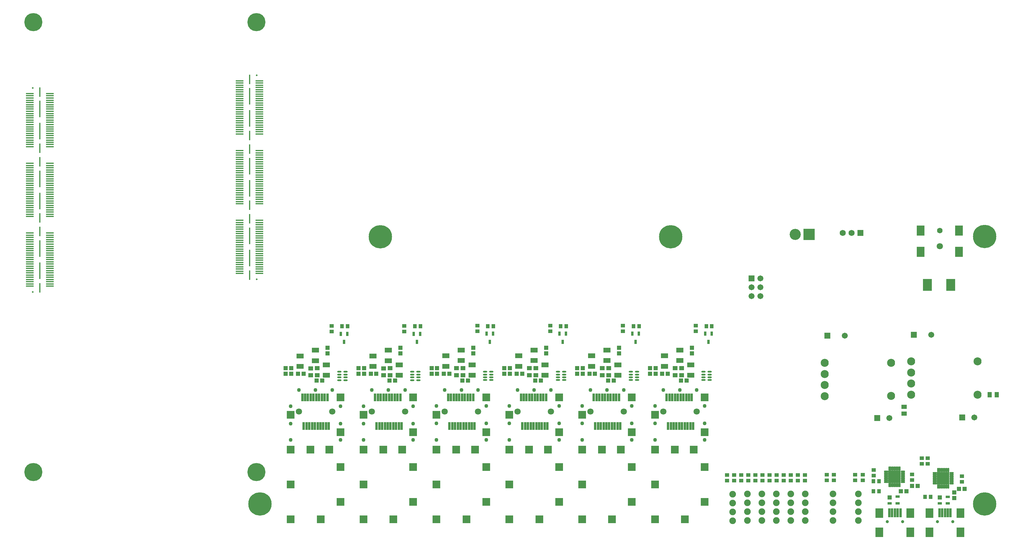
<source format=gts>
%FSLAX25Y25*%
%MOIN*%
G70*
G01*
G75*
G04 Layer_Color=8388736*
%ADD10R,0.09646X0.12598*%
%ADD11R,0.07874X0.10630*%
%ADD12R,0.08858X0.01575*%
%ADD13R,0.01772X0.11024*%
%ADD14R,0.01772X0.18504*%
%ADD15R,0.03543X0.03937*%
%ADD16R,0.03740X0.03937*%
%ADD17R,0.07087X0.04528*%
%ADD18R,0.04724X0.03937*%
%ADD19R,0.01969X0.07874*%
%ADD20R,0.03937X0.03740*%
%ADD21R,0.02362X0.03937*%
%ADD22O,0.04000X0.01200*%
%ADD23R,0.03937X0.03543*%
%ADD24O,0.01181X0.04134*%
%ADD25O,0.04134X0.01181*%
%ADD26R,0.13189X0.13189*%
%ADD27R,0.07874X0.09843*%
%ADD28R,0.01969X0.09055*%
%ADD29R,0.03937X0.02362*%
%ADD30R,0.03937X0.03937*%
%ADD31R,0.03740X0.05512*%
%ADD32R,0.05512X0.03740*%
%ADD33C,0.01200*%
%ADD34C,0.00600*%
%ADD35C,0.01100*%
%ADD36C,0.01000*%
%ADD37C,0.01600*%
%ADD38C,0.10000*%
%ADD39C,0.04000*%
%ADD40C,0.03937*%
%ADD41C,0.01969*%
%ADD42C,0.25590*%
%ADD43R,0.07874X0.07874*%
%ADD44C,0.06299*%
%ADD45C,0.03543*%
%ADD46R,0.05906X0.05906*%
%ADD47C,0.05906*%
%ADD48R,0.11811X0.11811*%
%ADD49C,0.11811*%
%ADD50C,0.06000*%
%ADD51R,0.06000X0.06000*%
%ADD52C,0.08268*%
%ADD53R,0.05906X0.05906*%
%ADD54C,0.06693*%
%ADD55C,0.19685*%
%ADD56C,0.02600*%
%ADD57R,0.96000X0.67300*%
%ADD58C,0.10087*%
%ADD59C,0.09299*%
%ADD60C,0.06937*%
%ADD61C,0.16780*%
%ADD62C,0.08118*%
%ADD63C,0.09299*%
%ADD64C,0.06543*%
%ADD65C,0.06543*%
%ADD66C,0.09693*%
%ADD67C,0.06800*%
%ADD68C,0.08512*%
%ADD69C,0.06150*%
%ADD70C,0.15598*%
%ADD71C,0.04200*%
%ADD72R,0.96000X0.67900*%
%ADD73C,0.00984*%
%ADD74C,0.00787*%
%ADD75C,0.00700*%
%ADD76R,0.30709X0.02362*%
%ADD77R,0.10446X0.13398*%
%ADD78R,0.08674X0.11430*%
%ADD79R,0.04343X0.04737*%
%ADD80R,0.04540X0.04737*%
%ADD81R,0.07887X0.05328*%
%ADD82R,0.05524X0.04737*%
%ADD83R,0.02769X0.08674*%
%ADD84R,0.04737X0.04540*%
%ADD85R,0.03162X0.04737*%
%ADD86O,0.04800X0.02000*%
%ADD87R,0.04737X0.04343*%
%ADD88O,0.01981X0.04934*%
%ADD89O,0.04934X0.01981*%
%ADD90R,0.13989X0.13989*%
%ADD91R,0.08674X0.10642*%
%ADD92R,0.02769X0.09855*%
%ADD93R,0.04737X0.03162*%
%ADD94R,0.04737X0.04737*%
%ADD95R,0.04540X0.06312*%
%ADD96R,0.06312X0.04540*%
%ADD97C,0.07087*%
%ADD98C,0.06299*%
%ADD99C,0.26391*%
%ADD100R,0.08674X0.08674*%
%ADD101C,0.07099*%
%ADD102C,0.04343*%
%ADD103R,0.06706X0.06706*%
%ADD104C,0.06706*%
%ADD105R,0.12611X0.12611*%
%ADD106C,0.12611*%
%ADD107R,0.06800X0.06800*%
%ADD108C,0.09068*%
%ADD109R,0.06706X0.06706*%
%ADD110C,0.07493*%
%ADD111C,0.20485*%
D12*
X52953Y445098D02*
D03*
Y452598D02*
D03*
Y460098D02*
D03*
Y467598D02*
D03*
Y475098D02*
D03*
Y482598D02*
D03*
Y490098D02*
D03*
Y497598D02*
D03*
Y500098D02*
D03*
X30453Y445098D02*
D03*
Y452598D02*
D03*
Y460098D02*
D03*
Y467598D02*
D03*
Y475098D02*
D03*
Y482598D02*
D03*
Y490098D02*
D03*
Y497598D02*
D03*
Y500098D02*
D03*
X52953Y366348D02*
D03*
Y373848D02*
D03*
Y381348D02*
D03*
Y388848D02*
D03*
Y396348D02*
D03*
Y403848D02*
D03*
Y411348D02*
D03*
Y418848D02*
D03*
Y421348D02*
D03*
X30453Y366348D02*
D03*
Y373848D02*
D03*
Y381348D02*
D03*
Y388848D02*
D03*
Y396348D02*
D03*
Y403848D02*
D03*
Y411348D02*
D03*
Y418848D02*
D03*
Y421348D02*
D03*
Y342598D02*
D03*
Y340098D02*
D03*
Y332598D02*
D03*
Y325098D02*
D03*
Y317598D02*
D03*
Y310098D02*
D03*
Y302598D02*
D03*
Y295098D02*
D03*
Y287598D02*
D03*
X52953Y342598D02*
D03*
Y340098D02*
D03*
Y332598D02*
D03*
Y325098D02*
D03*
Y317598D02*
D03*
Y310098D02*
D03*
Y302598D02*
D03*
Y295098D02*
D03*
Y287598D02*
D03*
X30453Y282598D02*
D03*
X53012D02*
D03*
X30453Y285118D02*
D03*
X53012D02*
D03*
X30453Y290094D02*
D03*
X53012D02*
D03*
X30453Y292614D02*
D03*
X53012D02*
D03*
X30453Y297590D02*
D03*
X53012D02*
D03*
X30453Y300110D02*
D03*
X53012D02*
D03*
X30453Y305087D02*
D03*
X53012D02*
D03*
X30453Y307606D02*
D03*
X53012D02*
D03*
X30453Y312583D02*
D03*
X53012D02*
D03*
X30453Y315102D02*
D03*
X53012D02*
D03*
X30453Y320079D02*
D03*
X53012D02*
D03*
X30453Y322598D02*
D03*
X53012D02*
D03*
X30453Y327575D02*
D03*
X53012D02*
D03*
X30453Y330095D02*
D03*
X53012D02*
D03*
X30453Y335071D02*
D03*
X53012D02*
D03*
X30453Y337591D02*
D03*
X53012D02*
D03*
X30453Y361339D02*
D03*
X53012D02*
D03*
X30453Y363858D02*
D03*
X53012D02*
D03*
X30453Y368835D02*
D03*
X53012D02*
D03*
X30453Y371354D02*
D03*
X53012D02*
D03*
X30453Y376331D02*
D03*
X53012D02*
D03*
X30453Y378850D02*
D03*
X53012D02*
D03*
X30453Y383827D02*
D03*
X53012D02*
D03*
X30453Y386346D02*
D03*
X53012D02*
D03*
X30453Y391323D02*
D03*
X53012D02*
D03*
X30453Y393843D02*
D03*
X53012D02*
D03*
X30453Y398819D02*
D03*
X53012D02*
D03*
X30453Y401339D02*
D03*
X53012D02*
D03*
X30453Y406315D02*
D03*
X53012D02*
D03*
X30453Y408835D02*
D03*
X53012D02*
D03*
X30453Y413811D02*
D03*
X53012D02*
D03*
X30453Y416331D02*
D03*
X53012D02*
D03*
X30453Y440079D02*
D03*
X53012D02*
D03*
X30453Y442598D02*
D03*
X53012D02*
D03*
X30453Y447575D02*
D03*
X53012D02*
D03*
X30453Y450095D02*
D03*
X53012D02*
D03*
X30453Y455071D02*
D03*
X53012D02*
D03*
X30453Y457590D02*
D03*
X53012D02*
D03*
X30453Y462567D02*
D03*
X53012D02*
D03*
X30453Y465087D02*
D03*
X53012D02*
D03*
X30453Y470063D02*
D03*
X53012D02*
D03*
X30453Y472583D02*
D03*
X53012D02*
D03*
X30453Y477559D02*
D03*
X53012D02*
D03*
X30453Y480079D02*
D03*
X53012D02*
D03*
X30453Y485055D02*
D03*
X53012D02*
D03*
X30453Y487575D02*
D03*
X53012D02*
D03*
X30453Y492551D02*
D03*
X53012D02*
D03*
X30453Y495071D02*
D03*
X53012D02*
D03*
X267323Y351949D02*
D03*
Y344449D02*
D03*
Y336949D02*
D03*
Y329449D02*
D03*
Y321949D02*
D03*
Y314449D02*
D03*
Y306949D02*
D03*
Y299449D02*
D03*
Y296949D02*
D03*
X289823Y351949D02*
D03*
Y344449D02*
D03*
Y336949D02*
D03*
Y329449D02*
D03*
Y321949D02*
D03*
Y314449D02*
D03*
Y306949D02*
D03*
Y299449D02*
D03*
Y296949D02*
D03*
X267323Y430699D02*
D03*
Y423199D02*
D03*
Y415699D02*
D03*
Y408199D02*
D03*
Y400699D02*
D03*
Y393199D02*
D03*
Y385699D02*
D03*
Y378199D02*
D03*
Y375699D02*
D03*
X289823Y430699D02*
D03*
Y423199D02*
D03*
Y415699D02*
D03*
Y408199D02*
D03*
Y400699D02*
D03*
Y393199D02*
D03*
Y385699D02*
D03*
Y378199D02*
D03*
Y375699D02*
D03*
Y454449D02*
D03*
Y456949D02*
D03*
Y464449D02*
D03*
Y471949D02*
D03*
Y479449D02*
D03*
Y486949D02*
D03*
Y494449D02*
D03*
Y501949D02*
D03*
Y509449D02*
D03*
X267323Y454449D02*
D03*
Y456949D02*
D03*
Y464449D02*
D03*
Y471949D02*
D03*
Y479449D02*
D03*
Y486949D02*
D03*
Y494449D02*
D03*
Y501949D02*
D03*
Y509449D02*
D03*
X289823Y514449D02*
D03*
X267264D02*
D03*
X289823Y511929D02*
D03*
X267264D02*
D03*
X289823Y506953D02*
D03*
X267264D02*
D03*
X289823Y504433D02*
D03*
X267264D02*
D03*
X289823Y499457D02*
D03*
X267264D02*
D03*
X289823Y496937D02*
D03*
X267264D02*
D03*
X289823Y491961D02*
D03*
X267264D02*
D03*
X289823Y489441D02*
D03*
X267264D02*
D03*
X289823Y484465D02*
D03*
X267264D02*
D03*
X289823Y481945D02*
D03*
X267264D02*
D03*
X289823Y476968D02*
D03*
X267264D02*
D03*
X289823Y474449D02*
D03*
X267264D02*
D03*
X289823Y469472D02*
D03*
X267264D02*
D03*
X289823Y466953D02*
D03*
X267264D02*
D03*
X289823Y461976D02*
D03*
X267264D02*
D03*
X289823Y459457D02*
D03*
X267264D02*
D03*
X289823Y435709D02*
D03*
X267264D02*
D03*
X289823Y433189D02*
D03*
X267264D02*
D03*
X289823Y428213D02*
D03*
X267264D02*
D03*
X289823Y425693D02*
D03*
X267264D02*
D03*
X289823Y420716D02*
D03*
X267264D02*
D03*
X289823Y418197D02*
D03*
X267264D02*
D03*
X289823Y413220D02*
D03*
X267264D02*
D03*
X289823Y410701D02*
D03*
X267264D02*
D03*
X289823Y405724D02*
D03*
X267264D02*
D03*
X289823Y403205D02*
D03*
X267264D02*
D03*
X289823Y398228D02*
D03*
X267264D02*
D03*
X289823Y395709D02*
D03*
X267264D02*
D03*
X289823Y390732D02*
D03*
X267264D02*
D03*
X289823Y388213D02*
D03*
X267264D02*
D03*
X289823Y383236D02*
D03*
X267264D02*
D03*
X289823Y380716D02*
D03*
X267264D02*
D03*
X289823Y356968D02*
D03*
X267264D02*
D03*
X289823Y354449D02*
D03*
X267264D02*
D03*
X289823Y349472D02*
D03*
X267264D02*
D03*
X289823Y346953D02*
D03*
X267264D02*
D03*
X289823Y341976D02*
D03*
X267264D02*
D03*
X289823Y339457D02*
D03*
X267264D02*
D03*
X289823Y334480D02*
D03*
X267264D02*
D03*
X289823Y331961D02*
D03*
X267264D02*
D03*
X289823Y326984D02*
D03*
X267264D02*
D03*
X289823Y324465D02*
D03*
X267264D02*
D03*
X289823Y319488D02*
D03*
X267264D02*
D03*
X289823Y316968D02*
D03*
X267264D02*
D03*
X289823Y311992D02*
D03*
X267264D02*
D03*
X289823Y309472D02*
D03*
X267264D02*
D03*
X289823Y304496D02*
D03*
X267264D02*
D03*
X289823Y301976D02*
D03*
X267264D02*
D03*
D13*
X41732Y280846D02*
D03*
Y344350D02*
D03*
Y359587D02*
D03*
Y423091D02*
D03*
Y438327D02*
D03*
Y501831D02*
D03*
X278543Y516201D02*
D03*
Y452697D02*
D03*
Y437461D02*
D03*
Y373957D02*
D03*
Y358720D02*
D03*
Y295216D02*
D03*
D14*
X41732Y300098D02*
D03*
Y325098D02*
D03*
Y378839D02*
D03*
Y403839D02*
D03*
Y457579D02*
D03*
Y482579D02*
D03*
X278543Y496949D02*
D03*
Y471949D02*
D03*
Y418209D02*
D03*
Y393209D02*
D03*
Y339469D02*
D03*
Y314469D02*
D03*
D41*
X33740Y276181D02*
D03*
Y506496D02*
D03*
X286535Y520866D02*
D03*
Y290551D02*
D03*
D45*
X1055539Y16664D02*
D03*
X1072861D02*
D03*
X998939D02*
D03*
X1016261D02*
D03*
D67*
X948700Y342700D02*
D03*
X958700D02*
D03*
D77*
X1044311Y284100D02*
D03*
X1070689D02*
D03*
D78*
X1080154Y345517D02*
D03*
Y321501D02*
D03*
X1036846Y345516D02*
D03*
Y321501D02*
D03*
D79*
X382950Y237400D02*
D03*
X389250D02*
D03*
X794550Y237500D02*
D03*
X800850D02*
D03*
X712250D02*
D03*
X718550D02*
D03*
X629950D02*
D03*
X636250D02*
D03*
X547650D02*
D03*
X553950D02*
D03*
X465250Y237400D02*
D03*
X471550D02*
D03*
X1041850Y44900D02*
D03*
X1048150D02*
D03*
X983350Y51100D02*
D03*
X989650D02*
D03*
X983350Y62400D02*
D03*
X989650D02*
D03*
D80*
X354350Y176000D02*
D03*
X360650D02*
D03*
X333250Y183600D02*
D03*
X339550D02*
D03*
X1014350Y51000D02*
D03*
X1020650D02*
D03*
X1080150Y53600D02*
D03*
X1086450D02*
D03*
X1027150Y57100D02*
D03*
X1033450D02*
D03*
X744850Y183700D02*
D03*
X751150D02*
D03*
X662550D02*
D03*
X668850D02*
D03*
X580250D02*
D03*
X586550D02*
D03*
X497950D02*
D03*
X504250D02*
D03*
X415550Y183600D02*
D03*
X421850D02*
D03*
X765950Y176100D02*
D03*
X772250D02*
D03*
X683650D02*
D03*
X689950D02*
D03*
X601350D02*
D03*
X607650D02*
D03*
X519050D02*
D03*
X525350D02*
D03*
X436650Y176000D02*
D03*
X442950D02*
D03*
D81*
X365300Y193806D02*
D03*
Y181994D02*
D03*
X353000Y198495D02*
D03*
Y210306D02*
D03*
X335800Y192095D02*
D03*
Y203906D02*
D03*
X764600Y198594D02*
D03*
Y210405D02*
D03*
X682300Y198594D02*
D03*
Y210405D02*
D03*
X600000Y198594D02*
D03*
Y210405D02*
D03*
X517700Y198594D02*
D03*
Y210405D02*
D03*
X435300Y198495D02*
D03*
Y210306D02*
D03*
X747400Y192194D02*
D03*
Y204006D02*
D03*
X665100Y192194D02*
D03*
Y204006D02*
D03*
X582800Y192194D02*
D03*
Y204006D02*
D03*
X500500Y192194D02*
D03*
Y204006D02*
D03*
X418100Y192095D02*
D03*
Y203906D02*
D03*
X776900Y193905D02*
D03*
Y182095D02*
D03*
X694600Y193905D02*
D03*
Y182095D02*
D03*
X612300Y193905D02*
D03*
Y182095D02*
D03*
X530000Y193905D02*
D03*
Y182095D02*
D03*
X447600Y193806D02*
D03*
Y181994D02*
D03*
D82*
X355000Y189937D02*
D03*
Y182063D02*
D03*
X347800Y189837D02*
D03*
Y181963D02*
D03*
X766600Y190037D02*
D03*
Y182163D02*
D03*
X684300Y190037D02*
D03*
Y182163D02*
D03*
X602000Y190037D02*
D03*
Y182163D02*
D03*
X519700Y190037D02*
D03*
Y182163D02*
D03*
X437300Y189937D02*
D03*
Y182063D02*
D03*
X759400Y189937D02*
D03*
Y182063D02*
D03*
X677100Y189937D02*
D03*
Y182063D02*
D03*
X594800Y189937D02*
D03*
Y182063D02*
D03*
X512500Y189937D02*
D03*
Y182063D02*
D03*
X430100Y189837D02*
D03*
Y181963D02*
D03*
D83*
X339785Y124802D02*
D03*
X342935D02*
D03*
X346084D02*
D03*
X349234D02*
D03*
X352383D02*
D03*
X355533D02*
D03*
X358683D02*
D03*
X361832D02*
D03*
X364982D02*
D03*
X368131D02*
D03*
X366557Y157085D02*
D03*
X363407D02*
D03*
X360258D02*
D03*
X357108D02*
D03*
X353958D02*
D03*
X350809D02*
D03*
X347659D02*
D03*
X344510D02*
D03*
X341360D02*
D03*
X338210D02*
D03*
X751385Y124902D02*
D03*
X754535D02*
D03*
X757684D02*
D03*
X760834D02*
D03*
X763983D02*
D03*
X767133D02*
D03*
X770283D02*
D03*
X773432D02*
D03*
X776582D02*
D03*
X779732D02*
D03*
X778157Y157185D02*
D03*
X775007D02*
D03*
X771858D02*
D03*
X768708D02*
D03*
X765558D02*
D03*
X762409D02*
D03*
X759259D02*
D03*
X756110D02*
D03*
X752960D02*
D03*
X749810D02*
D03*
X669085Y124902D02*
D03*
X672235D02*
D03*
X675384D02*
D03*
X678534D02*
D03*
X681683D02*
D03*
X684833D02*
D03*
X687983D02*
D03*
X691132D02*
D03*
X694282D02*
D03*
X697432D02*
D03*
X695857Y157185D02*
D03*
X692707D02*
D03*
X689558D02*
D03*
X686408D02*
D03*
X683258D02*
D03*
X680109D02*
D03*
X676959D02*
D03*
X673809D02*
D03*
X670660D02*
D03*
X667510D02*
D03*
X586785Y124902D02*
D03*
X589935D02*
D03*
X593084D02*
D03*
X596234D02*
D03*
X599383D02*
D03*
X602533D02*
D03*
X605683D02*
D03*
X608832D02*
D03*
X611982D02*
D03*
X615132D02*
D03*
X613557Y157185D02*
D03*
X610407D02*
D03*
X607258D02*
D03*
X604108D02*
D03*
X600958D02*
D03*
X597809D02*
D03*
X594659D02*
D03*
X591509D02*
D03*
X588360D02*
D03*
X585210D02*
D03*
X504485Y124902D02*
D03*
X507635D02*
D03*
X510784D02*
D03*
X513934D02*
D03*
X517084D02*
D03*
X520233D02*
D03*
X523383D02*
D03*
X526532D02*
D03*
X529682D02*
D03*
X532831D02*
D03*
X531257Y157185D02*
D03*
X528107D02*
D03*
X524958D02*
D03*
X521808D02*
D03*
X518658D02*
D03*
X515509D02*
D03*
X512359D02*
D03*
X509209D02*
D03*
X506060D02*
D03*
X502910D02*
D03*
X422085Y124802D02*
D03*
X425235D02*
D03*
X428384D02*
D03*
X431534D02*
D03*
X434684D02*
D03*
X437833D02*
D03*
X440983D02*
D03*
X444132D02*
D03*
X447282D02*
D03*
X450431D02*
D03*
X448857Y157085D02*
D03*
X445707D02*
D03*
X442557D02*
D03*
X439408D02*
D03*
X436258D02*
D03*
X433109D02*
D03*
X429959D02*
D03*
X426810D02*
D03*
X423660D02*
D03*
X420510D02*
D03*
D84*
X366700Y212950D02*
D03*
Y206650D02*
D03*
X325818Y190008D02*
D03*
Y183709D02*
D03*
X319518Y190008D02*
D03*
Y183709D02*
D03*
X1074600Y49850D02*
D03*
Y43550D02*
D03*
X731118Y190108D02*
D03*
Y183809D02*
D03*
X648818Y190108D02*
D03*
Y183809D02*
D03*
X566518Y190108D02*
D03*
Y183809D02*
D03*
X484218Y190108D02*
D03*
Y183809D02*
D03*
X401818Y190008D02*
D03*
Y183709D02*
D03*
X737418Y190108D02*
D03*
Y183809D02*
D03*
X655118Y190108D02*
D03*
Y183809D02*
D03*
X572818Y190108D02*
D03*
Y183809D02*
D03*
X490518Y190108D02*
D03*
Y183809D02*
D03*
X408118Y190008D02*
D03*
Y183709D02*
D03*
X778300Y213050D02*
D03*
Y206750D02*
D03*
X696000Y213050D02*
D03*
Y206750D02*
D03*
X613700Y213050D02*
D03*
Y206750D02*
D03*
X531400Y213050D02*
D03*
Y206750D02*
D03*
X449000Y212950D02*
D03*
Y206650D02*
D03*
D85*
X389140Y228828D02*
D03*
X381660D02*
D03*
X385400Y219772D02*
D03*
X800740Y228928D02*
D03*
X793260D02*
D03*
X797000Y219872D02*
D03*
X718440Y228928D02*
D03*
X710960D02*
D03*
X714700Y219872D02*
D03*
X636140Y228928D02*
D03*
X628660D02*
D03*
X632400Y219872D02*
D03*
X553840Y228928D02*
D03*
X546360D02*
D03*
X550100Y219872D02*
D03*
X471440Y228828D02*
D03*
X463960D02*
D03*
X467700Y219772D02*
D03*
D86*
X386900Y179650D02*
D03*
Y182799D02*
D03*
Y185949D02*
D03*
X379900Y176500D02*
D03*
Y179650D02*
D03*
Y182799D02*
D03*
Y185949D02*
D03*
X386900Y176500D02*
D03*
X798500Y179750D02*
D03*
Y182899D02*
D03*
Y186049D02*
D03*
X791500Y176600D02*
D03*
Y179750D02*
D03*
Y182899D02*
D03*
Y186049D02*
D03*
X798500Y176600D02*
D03*
X716200Y179750D02*
D03*
Y182899D02*
D03*
Y186049D02*
D03*
X709200Y176600D02*
D03*
Y179750D02*
D03*
Y182899D02*
D03*
Y186049D02*
D03*
X716200Y176600D02*
D03*
X633900Y179750D02*
D03*
Y182899D02*
D03*
Y186049D02*
D03*
X626900Y176600D02*
D03*
Y179750D02*
D03*
Y182899D02*
D03*
Y186049D02*
D03*
X633900Y176600D02*
D03*
X551600Y179750D02*
D03*
Y182899D02*
D03*
Y186049D02*
D03*
X544600Y176600D02*
D03*
Y179750D02*
D03*
Y182899D02*
D03*
Y186049D02*
D03*
X551600Y176600D02*
D03*
X469200Y179650D02*
D03*
Y182799D02*
D03*
Y185949D02*
D03*
X462200Y176500D02*
D03*
Y179650D02*
D03*
Y182799D02*
D03*
Y185949D02*
D03*
X469200Y176500D02*
D03*
D87*
X371200Y231550D02*
D03*
Y237850D02*
D03*
X1083400Y61650D02*
D03*
Y67950D02*
D03*
X1044700Y88350D02*
D03*
Y82050D02*
D03*
X1038000Y88250D02*
D03*
Y81950D02*
D03*
X1027100Y63650D02*
D03*
Y69950D02*
D03*
X983600Y68650D02*
D03*
Y74950D02*
D03*
X971400Y69850D02*
D03*
Y63550D02*
D03*
X962800Y69850D02*
D03*
Y63550D02*
D03*
X938600Y69850D02*
D03*
Y63550D02*
D03*
X930700Y69850D02*
D03*
Y63550D02*
D03*
X905900Y69350D02*
D03*
Y63050D02*
D03*
X897900Y69350D02*
D03*
Y63050D02*
D03*
X889900Y69350D02*
D03*
Y63050D02*
D03*
X881900Y69350D02*
D03*
Y63050D02*
D03*
X873900Y69350D02*
D03*
Y63050D02*
D03*
X865900Y69350D02*
D03*
Y63050D02*
D03*
X857900Y69350D02*
D03*
Y63050D02*
D03*
X849900Y69350D02*
D03*
Y63050D02*
D03*
X841900Y69350D02*
D03*
Y63050D02*
D03*
X833900Y69350D02*
D03*
Y63050D02*
D03*
X817900Y69350D02*
D03*
Y63050D02*
D03*
X825900Y69350D02*
D03*
Y63050D02*
D03*
X782800Y231650D02*
D03*
Y237950D02*
D03*
X700500Y231650D02*
D03*
Y237950D02*
D03*
X618200Y231650D02*
D03*
Y237950D02*
D03*
X535900Y231650D02*
D03*
Y237950D02*
D03*
X453500Y231550D02*
D03*
Y237850D02*
D03*
D88*
X1056194Y56251D02*
D03*
X1058163D02*
D03*
X1060131D02*
D03*
X1062100D02*
D03*
X1064069D02*
D03*
X1066037D02*
D03*
X1068005D02*
D03*
Y75149D02*
D03*
X1066037D02*
D03*
X1064069D02*
D03*
X1062100D02*
D03*
X1060131D02*
D03*
X1058163D02*
D03*
X1056194D02*
D03*
X1001194Y57951D02*
D03*
X1003163D02*
D03*
X1005132D02*
D03*
X1007100D02*
D03*
X1009068D02*
D03*
X1011037D02*
D03*
X1013006D02*
D03*
Y76849D02*
D03*
X1011037D02*
D03*
X1009068D02*
D03*
X1007100D02*
D03*
X1005132D02*
D03*
X1003163D02*
D03*
X1001194D02*
D03*
D89*
X1071549Y59794D02*
D03*
Y61763D02*
D03*
Y63731D02*
D03*
Y65700D02*
D03*
Y67668D02*
D03*
Y69637D02*
D03*
Y71605D02*
D03*
X1052651D02*
D03*
Y69637D02*
D03*
Y67668D02*
D03*
Y65700D02*
D03*
Y63731D02*
D03*
Y61763D02*
D03*
Y59794D02*
D03*
X1016549Y61494D02*
D03*
Y63463D02*
D03*
Y65431D02*
D03*
Y67400D02*
D03*
Y69368D02*
D03*
Y71337D02*
D03*
Y73305D02*
D03*
X997651D02*
D03*
Y71337D02*
D03*
Y69368D02*
D03*
Y67400D02*
D03*
Y65431D02*
D03*
Y63463D02*
D03*
Y61494D02*
D03*
D90*
X1062100Y65700D02*
D03*
X1007100Y67400D02*
D03*
D91*
X1046680Y26506D02*
D03*
X1081720D02*
D03*
X1046680Y4853D02*
D03*
X1081720D02*
D03*
X990080Y26506D02*
D03*
X1025120D02*
D03*
X990080Y4853D02*
D03*
X1025120D02*
D03*
D92*
X1067350Y26900D02*
D03*
X1061050D02*
D03*
X1070499D02*
D03*
X1064200D02*
D03*
X1057999D02*
D03*
X1010750D02*
D03*
X1004450D02*
D03*
X1013899D02*
D03*
X1007600D02*
D03*
X1001399D02*
D03*
D93*
X1067328Y44740D02*
D03*
Y37260D02*
D03*
X1058272D02*
D03*
X1010828Y44940D02*
D03*
Y37460D02*
D03*
X1001772D02*
D03*
D94*
X1058272Y43953D02*
D03*
X1001772Y44153D02*
D03*
D95*
X1114663Y160200D02*
D03*
X1122537D02*
D03*
D96*
X1017900Y146537D02*
D03*
Y138663D02*
D03*
D97*
X1058500Y327800D02*
D03*
D98*
Y345516D02*
D03*
D99*
X426273Y338466D02*
D03*
X290300Y36900D02*
D03*
X754200Y338400D02*
D03*
X1108982Y338663D02*
D03*
Y36876D02*
D03*
D100*
X381202Y157085D02*
D03*
Y117715D02*
D03*
Y78345D02*
D03*
Y38975D02*
D03*
X358879Y19290D02*
D03*
X325100D02*
D03*
Y58660D02*
D03*
X368722Y98030D02*
D03*
X347462D02*
D03*
X325100D02*
D03*
Y137400D02*
D03*
X792802Y157185D02*
D03*
Y117815D02*
D03*
Y78445D02*
D03*
Y39075D02*
D03*
X770479Y19390D02*
D03*
X736700D02*
D03*
Y58760D02*
D03*
X780322Y98130D02*
D03*
X759062D02*
D03*
X736700D02*
D03*
Y137500D02*
D03*
X710502Y157185D02*
D03*
Y117815D02*
D03*
Y78445D02*
D03*
Y39075D02*
D03*
X688179Y19390D02*
D03*
X654400D02*
D03*
Y58760D02*
D03*
X698022Y98130D02*
D03*
X676762D02*
D03*
X654400D02*
D03*
Y137500D02*
D03*
X628202Y157185D02*
D03*
Y117815D02*
D03*
Y78445D02*
D03*
Y39075D02*
D03*
X605879Y19390D02*
D03*
X572100D02*
D03*
Y58760D02*
D03*
X615722Y98130D02*
D03*
X594462D02*
D03*
X572100D02*
D03*
Y137500D02*
D03*
X545902Y157185D02*
D03*
Y117815D02*
D03*
Y78445D02*
D03*
Y39075D02*
D03*
X523580Y19390D02*
D03*
X489800D02*
D03*
Y58760D02*
D03*
X533422Y98130D02*
D03*
X512162D02*
D03*
X489800D02*
D03*
Y137500D02*
D03*
X463502Y157085D02*
D03*
Y117715D02*
D03*
Y78345D02*
D03*
Y38975D02*
D03*
X441180Y19290D02*
D03*
X407400D02*
D03*
Y58660D02*
D03*
X451022Y98030D02*
D03*
X429762D02*
D03*
X407400D02*
D03*
Y137400D02*
D03*
D101*
X372069Y140943D02*
D03*
X334273D02*
D03*
X783669Y141043D02*
D03*
X745873D02*
D03*
X701369D02*
D03*
X663573D02*
D03*
X619068D02*
D03*
X581273D02*
D03*
X536768D02*
D03*
X498973D02*
D03*
X454368Y140943D02*
D03*
X416573D02*
D03*
D102*
X325100Y147242D02*
D03*
X334273Y165353D02*
D03*
X353171D02*
D03*
X372069D02*
D03*
X381202Y147242D02*
D03*
Y127558D02*
D03*
Y109054D02*
D03*
X325100Y127558D02*
D03*
Y109054D02*
D03*
X736700Y147343D02*
D03*
X745873Y165453D02*
D03*
X764771D02*
D03*
X783669D02*
D03*
X792802Y147343D02*
D03*
Y127657D02*
D03*
Y109153D02*
D03*
X736700Y127657D02*
D03*
Y109153D02*
D03*
X654400Y147343D02*
D03*
X663573Y165453D02*
D03*
X682471D02*
D03*
X701369D02*
D03*
X710502Y147343D02*
D03*
Y127657D02*
D03*
Y109153D02*
D03*
X654400Y127657D02*
D03*
Y109153D02*
D03*
X572100Y147343D02*
D03*
X581273Y165453D02*
D03*
X600171D02*
D03*
X619068D02*
D03*
X628202Y147343D02*
D03*
Y127657D02*
D03*
Y109153D02*
D03*
X572100Y127657D02*
D03*
Y109153D02*
D03*
X489800Y147343D02*
D03*
X498973Y165453D02*
D03*
X517871D02*
D03*
X536768D02*
D03*
X545902Y147343D02*
D03*
Y127657D02*
D03*
Y109153D02*
D03*
X489800Y127657D02*
D03*
Y109153D02*
D03*
X407400Y147242D02*
D03*
X416573Y165353D02*
D03*
X435471D02*
D03*
X454368D02*
D03*
X463502Y147242D02*
D03*
Y127558D02*
D03*
Y109054D02*
D03*
X407400Y127558D02*
D03*
Y109054D02*
D03*
D103*
X845800Y291500D02*
D03*
D104*
X855800D02*
D03*
X845800Y281500D02*
D03*
X855800D02*
D03*
X845800Y271500D02*
D03*
X855800D02*
D03*
X1097390Y134300D02*
D03*
X951143Y226900D02*
D03*
X1001490Y133700D02*
D03*
X1048643Y227600D02*
D03*
D105*
X910600Y341000D02*
D03*
D106*
X895009D02*
D03*
D107*
X968700Y342700D02*
D03*
D108*
X1100920Y197679D02*
D03*
Y160199D02*
D03*
X1025880Y160120D02*
D03*
Y172640D02*
D03*
Y185160D02*
D03*
Y197679D02*
D03*
X1003520Y196080D02*
D03*
Y158599D02*
D03*
X928480Y158520D02*
D03*
Y171040D02*
D03*
Y183560D02*
D03*
Y196080D02*
D03*
D109*
X1083610Y134300D02*
D03*
X931458Y226900D02*
D03*
X987710Y133700D02*
D03*
X1028957Y227600D02*
D03*
D110*
X966500Y18000D02*
D03*
Y28000D02*
D03*
Y48000D02*
D03*
Y38000D02*
D03*
X937600Y18100D02*
D03*
Y28100D02*
D03*
Y48100D02*
D03*
Y38100D02*
D03*
X906300Y18000D02*
D03*
Y28000D02*
D03*
Y48000D02*
D03*
Y38000D02*
D03*
X889999Y18000D02*
D03*
Y28000D02*
D03*
Y48000D02*
D03*
Y38000D02*
D03*
X873697Y18000D02*
D03*
Y28000D02*
D03*
Y48000D02*
D03*
Y38000D02*
D03*
X857396Y18000D02*
D03*
Y28000D02*
D03*
Y48000D02*
D03*
Y38000D02*
D03*
X841095Y18000D02*
D03*
Y28000D02*
D03*
Y48000D02*
D03*
Y38000D02*
D03*
X824400Y17606D02*
D03*
Y27606D02*
D03*
Y47606D02*
D03*
Y37606D02*
D03*
D111*
X286417Y72835D02*
D03*
Y580709D02*
D03*
X34449Y72835D02*
D03*
Y580709D02*
D03*
M02*

</source>
